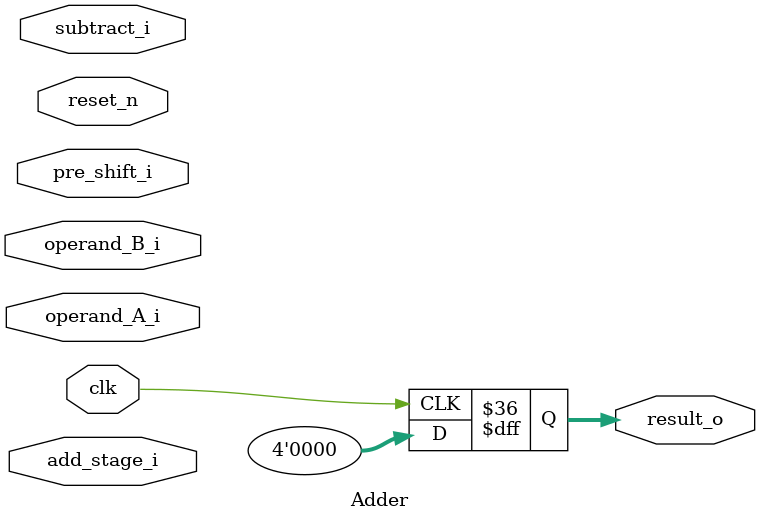
<source format=sv>

module Adder#(
      parameter   DEVICE_FAMILY      =    "Cyclone V", 
      parameter   WIDTH              =    4,
      parameter   ADD_STAGES         =    4
      )
      (

      input                               clk,
      input                               reset_n,

      input [ADD_STAGES - 1:0]            add_stage_i,
      input                               subtract_i,
      input                               pre_shift_i,

      input [WIDTH - 1:0]                 operand_A_i,
      input [WIDTH - 1:0]                 operand_B_i,


      output logic [WIDTH - 1:0]          result_o
);




logic[WIDTH - 1:0] operand_A_reg;
logic[WIDTH - 1:0] operand_B_reg;

logic carry_in;
logic carry_out;

logic shift_msb;


logic [WIDTH - 1:0] u_shift_data_load;



always@(posedge clk) begin



      // Subtraction block, convert operand B to 2s negative, word by word
      // NOTE: only N (modulus) is ever subtracted and N is always odd -> first word of ~N is never 0xFF 
      // -> never need carry to 2nd word when adding 1 -> 1 needs to only be added to first word 

      if(subtract_i) begin // subtract
            if((add_stage_i[3] && ~add_stage_i[4])) begin // first word
                  operand_B_reg <= ~operand_B_i + 1'b1; // convert to 2s
            end
            else begin
                  operand_B_reg <= ~operand_B_i; // convert to 2s
            end
      end
      else if(subtract_i == 1'b0) begin // add
            operand_B_reg <= operand_B_i; 
      end

      // Must add 2B instead of B, right shift by one if pre_shift_i is high 
      shift_msb <= 1'b0;
      if(pre_shift_i) begin
            operand_A_reg <= {{operand_A_i[WIDTH-2:0]},{shift_msb}};
            shift_msb <= operand_A_i[WIDTH-1];
      end
      else begin
            operand_A_reg <= operand_A_i; // reg op A           
      end
      
      if(add_stage_i[4]) begin
            {carry_out, result_o} <= operand_A_reg + operand_B_reg + carry_in;
      end
      else begin
            result_o <= '0;
            carry_out <= '0;
      end

      if(~reset_n) begin
            result_o <= '0;
            carry_out <= '0;
            shift_msb <= 1'b0;
      end
end

always_comb begin
      if(~add_stage_i[4]) begin
            carry_in = '0;
      end
      else begin
            carry_in = carry_out;
      end
end

endmodule

</source>
